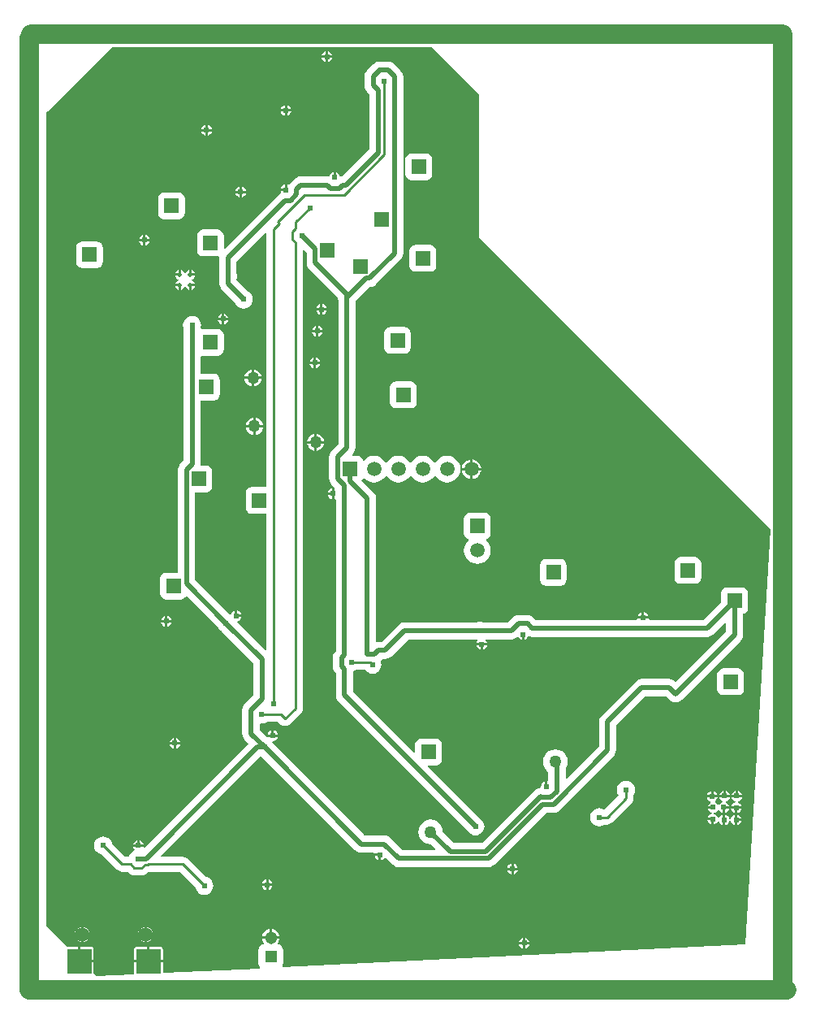
<source format=gbl>
G04 Layer_Physical_Order=2*
G04 Layer_Color=16711680*
%FSLAX25Y25*%
%MOIN*%
G70*
G01*
G75*
%ADD44C,0.06000*%
%ADD47C,0.02000*%
%ADD48C,0.01000*%
%ADD51C,0.08000*%
%ADD52R,0.05905X0.05905*%
%ADD53R,0.09843X0.09843*%
%ADD54C,0.05905*%
%ADD55R,0.05905X0.05905*%
%ADD56C,0.05150*%
%ADD57R,0.05150X0.05150*%
%ADD58C,0.01968*%
%ADD59C,0.02400*%
%ADD60C,0.05000*%
G36*
X184600Y367200D02*
Y308800D01*
X304300Y189100D01*
X293900Y18700D01*
X104158Y9288D01*
X103911Y9723D01*
X104130Y10050D01*
X104324Y11025D01*
Y16175D01*
X104130Y17150D01*
X103577Y17977D01*
X102750Y18530D01*
X102166Y18646D01*
X101959Y19197D01*
X102323Y19671D01*
X102683Y20541D01*
X102740Y20974D01*
X99200D01*
X95660D01*
X95717Y20541D01*
X96077Y19671D01*
X96441Y19197D01*
X96234Y18646D01*
X95650Y18530D01*
X94823Y17977D01*
X94270Y17150D01*
X94076Y16175D01*
Y11025D01*
X94270Y10050D01*
X94757Y9322D01*
X94603Y8814D01*
X55223Y6860D01*
X54861Y7205D01*
Y11194D01*
X48920D01*
X42979D01*
Y6773D01*
X42983Y6754D01*
X42600Y6234D01*
X27800Y5500D01*
X26515Y6785D01*
Y11194D01*
X20574D01*
Y11694D01*
X20074D01*
Y17635D01*
X15665D01*
X7000Y26300D01*
Y360002D01*
X7433Y360253D01*
X7700Y360100D01*
X34100Y386500D01*
X165300D01*
X184600Y367200D01*
D02*
G37*
%LPC*%
G36*
X286000Y81644D02*
Y80000D01*
X287644D01*
X287572Y80358D01*
X287086Y81086D01*
X286358Y81572D01*
X286000Y81644D01*
D02*
G37*
G36*
X285000D02*
X284642Y81572D01*
X283914Y81086D01*
X283428Y80358D01*
X283356Y80000D01*
X285000D01*
Y81644D01*
D02*
G37*
G36*
X280900Y81544D02*
Y79900D01*
X282544D01*
X282472Y80258D01*
X281986Y80986D01*
X281258Y81472D01*
X280900Y81544D01*
D02*
G37*
G36*
X59300Y100700D02*
X57656D01*
X57728Y100342D01*
X58214Y99614D01*
X58942Y99128D01*
X59300Y99056D01*
Y100700D01*
D02*
G37*
G36*
X61944D02*
X60300D01*
Y99056D01*
X60658Y99128D01*
X61386Y99614D01*
X61872Y100342D01*
X61944Y100700D01*
D02*
G37*
G36*
X290000Y81644D02*
X289642Y81572D01*
X288914Y81086D01*
X288428Y80358D01*
X288356Y80000D01*
X290000D01*
Y81644D01*
D02*
G37*
G36*
X291000D02*
Y80000D01*
X292644D01*
X292572Y80358D01*
X292086Y81086D01*
X291358Y81572D01*
X291000Y81644D01*
D02*
G37*
G36*
X279900Y81544D02*
X279542Y81472D01*
X278814Y80986D01*
X278328Y80258D01*
X278256Y79900D01*
X279900D01*
Y81544D01*
D02*
G37*
G36*
X292444Y74200D02*
X290800D01*
Y72556D01*
X291158Y72628D01*
X291886Y73114D01*
X292372Y73842D01*
X292444Y74200D01*
D02*
G37*
G36*
X289800D02*
X288156D01*
X288228Y73842D01*
X288714Y73114D01*
X289442Y72628D01*
X289800Y72556D01*
Y74200D01*
D02*
G37*
G36*
X290700Y71844D02*
Y70200D01*
X292344D01*
X292272Y70558D01*
X291786Y71286D01*
X291058Y71772D01*
X290700Y71844D01*
D02*
G37*
G36*
X287302Y74335D02*
X285658D01*
Y72691D01*
X286017Y72762D01*
X286744Y73248D01*
X287231Y73976D01*
X287302Y74335D01*
D02*
G37*
G36*
X287644Y79000D02*
X283356D01*
X283428Y78642D01*
X283914Y77914D01*
X284576Y77472D01*
X284586Y77205D01*
X284523Y76951D01*
X284300Y76907D01*
X283572Y76421D01*
X283294Y76005D01*
X282700Y76016D01*
X282386Y76486D01*
X281658Y76972D01*
X281634Y76977D01*
X281528Y77508D01*
X281986Y77814D01*
X282472Y78542D01*
X282544Y78900D01*
X278256D01*
X278328Y78542D01*
X278814Y77814D01*
X279542Y77328D01*
X279566Y77323D01*
X279672Y76792D01*
X279214Y76486D01*
X278728Y75758D01*
X278656Y75400D01*
X280800D01*
Y74400D01*
X278656D01*
X278728Y74042D01*
X279214Y73314D01*
X279942Y72828D01*
X280458Y72725D01*
X280459Y72725D01*
Y72215D01*
X280441Y72211D01*
X279742Y72072D01*
X279014Y71586D01*
X278528Y70858D01*
X278456Y70500D01*
X280600D01*
Y70000D01*
X281100D01*
Y67856D01*
X281458Y67928D01*
X282186Y68414D01*
X282661Y69125D01*
X282736Y69137D01*
X283175Y69106D01*
X283228Y68842D01*
X283714Y68114D01*
X284442Y67628D01*
X284800Y67556D01*
Y69700D01*
Y71844D01*
X284442Y71772D01*
X283714Y71286D01*
X283239Y70575D01*
X283164Y70563D01*
X282725Y70594D01*
X282672Y70858D01*
X282186Y71586D01*
X281458Y72072D01*
X280942Y72175D01*
X280941Y72175D01*
Y72685D01*
X280959Y72689D01*
X281658Y72828D01*
X282386Y73314D01*
X282664Y73730D01*
X283258Y73719D01*
X283572Y73248D01*
X284300Y72762D01*
X284658Y72691D01*
Y74835D01*
X285158D01*
Y75335D01*
X287302D01*
X287231Y75693D01*
X286744Y76421D01*
X286083Y76863D01*
X286072Y77129D01*
X286135Y77383D01*
X286358Y77428D01*
X287086Y77914D01*
X287572Y78642D01*
X287644Y79000D01*
D02*
G37*
G36*
X292644D02*
X288356D01*
X288428Y78642D01*
X288914Y77914D01*
X289642Y77428D01*
X289907Y77375D01*
Y76865D01*
X289442Y76772D01*
X288714Y76286D01*
X288228Y75558D01*
X288156Y75200D01*
X292444D01*
X292372Y75558D01*
X291886Y76286D01*
X291158Y76772D01*
X290893Y76825D01*
Y77335D01*
X291358Y77428D01*
X292086Y77914D01*
X292572Y78642D01*
X292644Y79000D01*
D02*
G37*
G36*
X245000Y85732D02*
X244034Y85605D01*
X243134Y85232D01*
X242361Y84639D01*
X241768Y83866D01*
X241395Y82966D01*
X241268Y82000D01*
X241395Y81034D01*
X241768Y80134D01*
X241974Y79865D01*
Y79753D01*
X236085Y73864D01*
X235866Y74032D01*
X234966Y74405D01*
X234000Y74532D01*
X233034Y74405D01*
X232134Y74032D01*
X231361Y73439D01*
X230768Y72666D01*
X230395Y71766D01*
X230268Y70800D01*
X230395Y69834D01*
X230768Y68934D01*
X231361Y68161D01*
X232134Y67568D01*
X233034Y67195D01*
X234000Y67068D01*
X234966Y67195D01*
X235866Y67568D01*
X236135Y67774D01*
X237300D01*
X238083Y67877D01*
X238813Y68180D01*
X239440Y68660D01*
X247140Y76360D01*
X247140Y76360D01*
X247621Y76987D01*
X247923Y77717D01*
X248026Y78500D01*
Y79865D01*
X248232Y80134D01*
X248605Y81034D01*
X248732Y82000D01*
X248605Y82966D01*
X248232Y83866D01*
X247639Y84639D01*
X246866Y85232D01*
X245966Y85605D01*
X245000Y85732D01*
D02*
G37*
G36*
X59300Y103344D02*
X58942Y103272D01*
X58214Y102786D01*
X57728Y102058D01*
X57656Y101700D01*
X59300D01*
Y103344D01*
D02*
G37*
G36*
X273353Y177502D02*
X267447D01*
X266472Y177308D01*
X265645Y176755D01*
X265092Y175928D01*
X264898Y174953D01*
Y169047D01*
X265092Y168072D01*
X265645Y167245D01*
X266472Y166692D01*
X267447Y166498D01*
X273353D01*
X274328Y166692D01*
X275155Y167245D01*
X275708Y168072D01*
X275902Y169047D01*
Y174953D01*
X275708Y175928D01*
X275155Y176755D01*
X274328Y177308D01*
X273353Y177502D01*
D02*
G37*
G36*
X218153Y176702D02*
X212247D01*
X211272Y176508D01*
X210445Y175955D01*
X209892Y175128D01*
X209698Y174153D01*
Y168247D01*
X209892Y167272D01*
X210445Y166445D01*
X211272Y165892D01*
X212247Y165698D01*
X218153D01*
X219128Y165892D01*
X219955Y166445D01*
X220508Y167272D01*
X220702Y168247D01*
Y174153D01*
X220508Y175128D01*
X219955Y175955D01*
X219128Y176508D01*
X218153Y176702D01*
D02*
G37*
G36*
X85500Y155544D02*
Y153900D01*
X87144D01*
X87072Y154258D01*
X86586Y154986D01*
X85858Y155472D01*
X85500Y155544D01*
D02*
G37*
G36*
X186953Y195702D02*
X181047D01*
X180072Y195508D01*
X179245Y194955D01*
X178692Y194128D01*
X178498Y193153D01*
Y187247D01*
X178692Y186272D01*
X179245Y185445D01*
X180072Y184892D01*
X180340Y184839D01*
X180454Y184352D01*
X180111Y184089D01*
X179237Y182950D01*
X178688Y181623D01*
X178500Y180200D01*
X178688Y178777D01*
X179237Y177450D01*
X180111Y176311D01*
X181250Y175437D01*
X182577Y174888D01*
X184000Y174700D01*
X185424Y174888D01*
X186750Y175437D01*
X187889Y176311D01*
X188763Y177450D01*
X189312Y178777D01*
X189500Y180200D01*
X189312Y181623D01*
X188763Y182950D01*
X187889Y184089D01*
X187546Y184352D01*
X187660Y184839D01*
X187928Y184892D01*
X188755Y185445D01*
X189308Y186272D01*
X189502Y187247D01*
Y193153D01*
X189308Y194128D01*
X188755Y194955D01*
X187928Y195508D01*
X186953Y195702D01*
D02*
G37*
G36*
X181100Y217521D02*
X180568Y217451D01*
X179607Y217053D01*
X178781Y216419D01*
X178147Y215593D01*
X177749Y214632D01*
X177679Y214100D01*
X181100D01*
Y217521D01*
D02*
G37*
G36*
X185521Y213100D02*
X182100D01*
Y209679D01*
X182632Y209749D01*
X183593Y210147D01*
X184419Y210781D01*
X185053Y211607D01*
X185451Y212568D01*
X185521Y213100D01*
D02*
G37*
G36*
X181100D02*
X177679D01*
X177749Y212568D01*
X178147Y211607D01*
X178781Y210781D01*
X179607Y210147D01*
X180568Y209749D01*
X181100Y209679D01*
Y213100D01*
D02*
G37*
G36*
X252500Y154844D02*
Y153200D01*
X254144D01*
X254072Y153558D01*
X253586Y154286D01*
X252858Y154772D01*
X252500Y154844D01*
D02*
G37*
G36*
X55800Y150700D02*
X54156D01*
X54228Y150342D01*
X54714Y149614D01*
X55442Y149128D01*
X55800Y149056D01*
Y150700D01*
D02*
G37*
G36*
X290953Y131902D02*
X285047D01*
X284072Y131708D01*
X283245Y131155D01*
X282692Y130328D01*
X282498Y129353D01*
Y123447D01*
X282692Y122472D01*
X283245Y121645D01*
X284072Y121092D01*
X285047Y120898D01*
X290953D01*
X291928Y121092D01*
X292755Y121645D01*
X293308Y122472D01*
X293502Y123447D01*
Y129353D01*
X293308Y130328D01*
X292755Y131155D01*
X291928Y131708D01*
X290953Y131902D01*
D02*
G37*
G36*
X60300Y103344D02*
Y101700D01*
X61944D01*
X61872Y102058D01*
X61386Y102786D01*
X60658Y103272D01*
X60300Y103344D01*
D02*
G37*
G36*
X58444Y150700D02*
X56800D01*
Y149056D01*
X57158Y149128D01*
X57886Y149614D01*
X58372Y150342D01*
X58444Y150700D01*
D02*
G37*
G36*
X251500Y154844D02*
X251142Y154772D01*
X250414Y154286D01*
X249928Y153558D01*
X249856Y153200D01*
X251500D01*
Y154844D01*
D02*
G37*
G36*
X56800Y153344D02*
Y151700D01*
X58444D01*
X58372Y152058D01*
X57886Y152786D01*
X57158Y153272D01*
X56800Y153344D01*
D02*
G37*
G36*
X55800D02*
X55442Y153272D01*
X54714Y152786D01*
X54228Y152058D01*
X54156Y151700D01*
X55800D01*
Y153344D01*
D02*
G37*
G36*
X203700Y21344D02*
Y19700D01*
X205344D01*
X205272Y20058D01*
X204786Y20786D01*
X204058Y21272D01*
X203700Y21344D01*
D02*
G37*
G36*
X202700D02*
X202342Y21272D01*
X201614Y20786D01*
X201128Y20058D01*
X201056Y19700D01*
X202700D01*
Y21344D01*
D02*
G37*
G36*
X24783Y22217D02*
X22255D01*
Y19689D01*
X22556Y19729D01*
X23302Y20038D01*
X23942Y20530D01*
X24434Y21170D01*
X24743Y21916D01*
X24783Y22217D01*
D02*
G37*
G36*
X98700Y25014D02*
X98267Y24957D01*
X97397Y24597D01*
X96650Y24024D01*
X96077Y23277D01*
X95717Y22407D01*
X95660Y21974D01*
X98700D01*
Y25014D01*
D02*
G37*
G36*
X47239Y25745D02*
X46938Y25705D01*
X46192Y25396D01*
X45552Y24904D01*
X45060Y24264D01*
X44751Y23518D01*
X44711Y23217D01*
X47239D01*
Y25745D01*
D02*
G37*
G36*
X21255D02*
X20954Y25705D01*
X20208Y25396D01*
X19568Y24904D01*
X19076Y24264D01*
X18767Y23518D01*
X18727Y23217D01*
X21255D01*
Y25745D01*
D02*
G37*
G36*
X99700Y25014D02*
Y21974D01*
X102740D01*
X102683Y22407D01*
X102323Y23277D01*
X101750Y24024D01*
X101003Y24597D01*
X100133Y24957D01*
X99700Y25014D01*
D02*
G37*
G36*
X50767Y22217D02*
X48239D01*
Y19689D01*
X48540Y19729D01*
X49286Y20038D01*
X49926Y20530D01*
X50418Y21170D01*
X50727Y21916D01*
X50767Y22217D01*
D02*
G37*
G36*
X53842Y17635D02*
X49420D01*
Y12194D01*
X54861D01*
Y16615D01*
X54783Y17006D01*
X54562Y17336D01*
X54232Y17558D01*
X53842Y17635D01*
D02*
G37*
G36*
X25495D02*
X21074D01*
Y12194D01*
X26515D01*
Y16615D01*
X26438Y17006D01*
X26217Y17336D01*
X25886Y17558D01*
X25495Y17635D01*
D02*
G37*
G36*
X48420D02*
X43999D01*
X43608Y17558D01*
X43277Y17336D01*
X43056Y17006D01*
X42979Y16615D01*
Y12194D01*
X48420D01*
Y17635D01*
D02*
G37*
G36*
X202700Y18700D02*
X201056D01*
X201128Y18342D01*
X201614Y17614D01*
X202342Y17128D01*
X202700Y17056D01*
Y18700D01*
D02*
G37*
G36*
X47239Y22217D02*
X44711D01*
X44751Y21916D01*
X45060Y21170D01*
X45552Y20530D01*
X46192Y20038D01*
X46938Y19729D01*
X47239Y19689D01*
Y22217D01*
D02*
G37*
G36*
X21255D02*
X18727D01*
X18767Y21916D01*
X19076Y21170D01*
X19568Y20530D01*
X20208Y20038D01*
X20954Y19729D01*
X21255Y19689D01*
Y22217D01*
D02*
G37*
G36*
X205344Y18700D02*
X203700D01*
Y17056D01*
X204058Y17128D01*
X204786Y17614D01*
X205272Y18342D01*
X205344Y18700D01*
D02*
G37*
G36*
X48239Y25745D02*
Y23217D01*
X50767D01*
X50727Y23518D01*
X50418Y24264D01*
X49926Y24904D01*
X49286Y25396D01*
X48540Y25705D01*
X48239Y25745D01*
D02*
G37*
G36*
X44300Y61344D02*
X43942Y61272D01*
X43214Y60786D01*
X42728Y60058D01*
X42656Y59700D01*
X44300D01*
Y61344D01*
D02*
G37*
G36*
X143500Y54900D02*
X141856D01*
X141928Y54542D01*
X142414Y53814D01*
X143142Y53328D01*
X143500Y53256D01*
Y54900D01*
D02*
G37*
G36*
X198900Y51744D02*
Y50100D01*
X200544D01*
X200472Y50458D01*
X199986Y51186D01*
X199258Y51672D01*
X198900Y51744D01*
D02*
G37*
G36*
X45300Y61344D02*
Y59700D01*
X46944D01*
X46872Y60058D01*
X46386Y60786D01*
X45658Y61272D01*
X45300Y61344D01*
D02*
G37*
G36*
X289700Y71844D02*
X289342Y71772D01*
X288614Y71286D01*
X288128Y70558D01*
X288008Y69957D01*
X288005Y69941D01*
X287495D01*
X287492Y69957D01*
X287372Y70558D01*
X286886Y71286D01*
X286158Y71772D01*
X285800Y71844D01*
Y69700D01*
Y67556D01*
X286158Y67628D01*
X286886Y68114D01*
X287372Y68842D01*
X287492Y69443D01*
X287495Y69459D01*
X288005D01*
X288008Y69443D01*
X288128Y68842D01*
X288614Y68114D01*
X289342Y67628D01*
X289700Y67556D01*
Y69700D01*
Y71844D01*
D02*
G37*
G36*
X280100Y69500D02*
X278456D01*
X278528Y69142D01*
X279014Y68414D01*
X279742Y67928D01*
X280100Y67856D01*
Y69500D01*
D02*
G37*
G36*
X292344Y69200D02*
X290700D01*
Y67556D01*
X291058Y67628D01*
X291786Y68114D01*
X292272Y68842D01*
X292344Y69200D01*
D02*
G37*
G36*
X197900Y51744D02*
X197542Y51672D01*
X196814Y51186D01*
X196328Y50458D01*
X196256Y50100D01*
X197900D01*
Y51744D01*
D02*
G37*
G36*
X99844Y42600D02*
X98200D01*
Y40956D01*
X98558Y41028D01*
X99286Y41514D01*
X99772Y42242D01*
X99844Y42600D01*
D02*
G37*
G36*
X97200D02*
X95556D01*
X95628Y42242D01*
X96114Y41514D01*
X96842Y41028D01*
X97200Y40956D01*
Y42600D01*
D02*
G37*
G36*
X22255Y25745D02*
Y23217D01*
X24783D01*
X24743Y23518D01*
X24434Y24264D01*
X23942Y24904D01*
X23302Y25396D01*
X22556Y25705D01*
X22255Y25745D01*
D02*
G37*
G36*
X97200Y45244D02*
X96842Y45172D01*
X96114Y44686D01*
X95628Y43958D01*
X95556Y43600D01*
X97200D01*
Y45244D01*
D02*
G37*
G36*
X200544Y49100D02*
X198900D01*
Y47456D01*
X199258Y47528D01*
X199986Y48014D01*
X200472Y48742D01*
X200544Y49100D01*
D02*
G37*
G36*
X197900D02*
X196256D01*
X196328Y48742D01*
X196814Y48014D01*
X197542Y47528D01*
X197900Y47456D01*
Y49100D01*
D02*
G37*
G36*
X98200Y45244D02*
Y43600D01*
X99844D01*
X99772Y43958D01*
X99286Y44686D01*
X98558Y45172D01*
X98200Y45244D01*
D02*
G37*
G36*
X81744Y274700D02*
X80100D01*
Y273056D01*
X80458Y273128D01*
X81186Y273614D01*
X81672Y274342D01*
X81744Y274700D01*
D02*
G37*
G36*
X79100D02*
X77456D01*
X77528Y274342D01*
X78014Y273614D01*
X78742Y273128D01*
X79100Y273056D01*
Y274700D01*
D02*
G37*
G36*
Y277344D02*
X78742Y277272D01*
X78014Y276786D01*
X77528Y276058D01*
X77456Y275700D01*
X79100D01*
Y277344D01*
D02*
G37*
G36*
X86300Y326800D02*
X84656D01*
X84728Y326442D01*
X85214Y325714D01*
X85942Y325228D01*
X86300Y325156D01*
Y326800D01*
D02*
G37*
G36*
X80100Y277344D02*
Y275700D01*
X81744D01*
X81672Y276058D01*
X81186Y276786D01*
X80458Y277272D01*
X80100Y277344D01*
D02*
G37*
G36*
X88944Y326800D02*
X87300D01*
Y325156D01*
X87658Y325228D01*
X88386Y325714D01*
X88872Y326442D01*
X88944Y326800D01*
D02*
G37*
G36*
X154153Y271902D02*
X148247D01*
X147272Y271708D01*
X146445Y271155D01*
X145892Y270328D01*
X145698Y269353D01*
Y263447D01*
X145892Y262472D01*
X146445Y261645D01*
X147272Y261092D01*
X148247Y260898D01*
X154153D01*
X155128Y261092D01*
X155955Y261645D01*
X156508Y262472D01*
X156702Y263447D01*
Y269353D01*
X156508Y270328D01*
X155955Y271155D01*
X155128Y271708D01*
X154153Y271902D01*
D02*
G37*
G36*
X162953Y343102D02*
X157047D01*
X156072Y342908D01*
X155245Y342355D01*
X154692Y341528D01*
X154498Y340553D01*
Y334647D01*
X154692Y333672D01*
X155245Y332845D01*
X156072Y332292D01*
X157047Y332098D01*
X162953D01*
X163928Y332292D01*
X164755Y332845D01*
X165308Y333672D01*
X165502Y334647D01*
Y340553D01*
X165308Y341528D01*
X164755Y342355D01*
X163928Y342908D01*
X162953Y343102D01*
D02*
G37*
G36*
X104900Y330244D02*
X104542Y330172D01*
X103814Y329686D01*
X103328Y328958D01*
X103256Y328600D01*
X104900D01*
Y330244D01*
D02*
G37*
G36*
X86300Y329444D02*
X85942Y329372D01*
X85214Y328886D01*
X84728Y328158D01*
X84656Y327800D01*
X86300D01*
Y329444D01*
D02*
G37*
G36*
X87300D02*
Y327800D01*
X88944D01*
X88872Y328158D01*
X88386Y328886D01*
X87658Y329372D01*
X87300Y329444D01*
D02*
G37*
G36*
X61353Y327102D02*
X55447D01*
X54472Y326908D01*
X53645Y326355D01*
X53092Y325528D01*
X52898Y324553D01*
Y318647D01*
X53092Y317672D01*
X53645Y316845D01*
X54472Y316292D01*
X55447Y316098D01*
X61353D01*
X62328Y316292D01*
X63155Y316845D01*
X63708Y317672D01*
X63902Y318647D01*
Y324553D01*
X63708Y325528D01*
X63155Y326355D01*
X62328Y326908D01*
X61353Y327102D01*
D02*
G37*
G36*
X164553Y305502D02*
X158647D01*
X157672Y305308D01*
X156845Y304755D01*
X156292Y303928D01*
X156098Y302953D01*
Y297047D01*
X156292Y296072D01*
X156845Y295245D01*
X157672Y294692D01*
X158647Y294498D01*
X164553D01*
X165528Y294692D01*
X166355Y295245D01*
X166908Y296072D01*
X167102Y297047D01*
Y302953D01*
X166908Y303928D01*
X166355Y304755D01*
X165528Y305308D01*
X164553Y305502D01*
D02*
G37*
G36*
X65665Y295289D02*
X65391Y295234D01*
X64735Y294796D01*
X64296Y294140D01*
X64255Y293932D01*
X63745D01*
X63704Y294140D01*
X63265Y294796D01*
X62609Y295234D01*
X62335Y295289D01*
Y293365D01*
X61835D01*
Y292865D01*
X59911D01*
X59965Y292591D01*
X60404Y291935D01*
X61060Y291496D01*
X61268Y291455D01*
Y290945D01*
X61060Y290904D01*
X60404Y290465D01*
X59965Y289809D01*
X59911Y289535D01*
X61835D01*
Y289035D01*
X62335D01*
Y287111D01*
X62609Y287165D01*
X63265Y287604D01*
X63704Y288260D01*
X63745Y288468D01*
X64255D01*
X64296Y288260D01*
X64735Y287604D01*
X65391Y287165D01*
X65665Y287111D01*
Y289035D01*
X66165D01*
Y289535D01*
X68089D01*
X68034Y289809D01*
X67596Y290465D01*
X66940Y290904D01*
X66732Y290945D01*
Y291455D01*
X66940Y291496D01*
X67596Y291935D01*
X68034Y292591D01*
X68089Y292865D01*
X66165D01*
Y293365D01*
X65665D01*
Y295289D01*
D02*
G37*
G36*
X27753Y307002D02*
X21847D01*
X20872Y306808D01*
X20045Y306255D01*
X19492Y305428D01*
X19298Y304453D01*
Y298547D01*
X19492Y297572D01*
X20045Y296745D01*
X20872Y296192D01*
X21847Y295998D01*
X27753D01*
X28728Y296192D01*
X29555Y296745D01*
X30108Y297572D01*
X30302Y298547D01*
Y304453D01*
X30108Y305428D01*
X29555Y306255D01*
X28728Y306808D01*
X27753Y307002D01*
D02*
G37*
G36*
X49444Y307000D02*
X47800D01*
Y305356D01*
X48158Y305428D01*
X48886Y305914D01*
X49372Y306642D01*
X49444Y307000D01*
D02*
G37*
G36*
X46800D02*
X45156D01*
X45228Y306642D01*
X45714Y305914D01*
X46442Y305428D01*
X46800Y305356D01*
Y307000D01*
D02*
G37*
G36*
X66665Y295289D02*
Y293865D01*
X68089D01*
X68034Y294140D01*
X67596Y294796D01*
X66940Y295234D01*
X66665Y295289D01*
D02*
G37*
G36*
X46800Y309644D02*
X46442Y309572D01*
X45714Y309086D01*
X45228Y308358D01*
X45156Y308000D01*
X46800D01*
Y309644D01*
D02*
G37*
G36*
X47800D02*
Y308000D01*
X49444D01*
X49372Y308358D01*
X48886Y309086D01*
X48158Y309572D01*
X47800Y309644D01*
D02*
G37*
G36*
X61335Y288535D02*
X59911D01*
X59965Y288260D01*
X60404Y287604D01*
X61060Y287165D01*
X61335Y287111D01*
Y288535D01*
D02*
G37*
G36*
Y295289D02*
X61060Y295234D01*
X60404Y294796D01*
X59965Y294140D01*
X59911Y293865D01*
X61335D01*
Y295289D01*
D02*
G37*
G36*
X68089Y288535D02*
X66665D01*
Y287111D01*
X66940Y287165D01*
X67596Y287604D01*
X68034Y288260D01*
X68089Y288535D01*
D02*
G37*
G36*
X147423Y380730D02*
X143732D01*
X142818Y380610D01*
X141967Y380257D01*
X141236Y379696D01*
X141085Y379500D01*
X138704Y377119D01*
X138143Y376388D01*
X137790Y375536D01*
X137670Y374623D01*
Y370977D01*
X137790Y370064D01*
X138143Y369212D01*
X138704Y368481D01*
X139770Y367415D01*
Y344915D01*
X128479Y333625D01*
X127609Y333510D01*
X127578Y333526D01*
X127472Y334058D01*
X126986Y334786D01*
X126258Y335272D01*
X125900Y335344D01*
Y333200D01*
X124900D01*
Y335344D01*
X124542Y335272D01*
X123814Y334786D01*
X123328Y334058D01*
X123222Y333526D01*
X123191Y333510D01*
X122277Y333630D01*
X111500D01*
X110586Y333510D01*
X109735Y333157D01*
X109004Y332596D01*
X107304Y330896D01*
X106743Y330165D01*
X106417Y330066D01*
X106258Y330172D01*
X105900Y330244D01*
Y328100D01*
X105400D01*
Y327600D01*
X103256D01*
X103328Y327242D01*
X103434Y327083D01*
X103335Y326757D01*
X102604Y326196D01*
X80364Y303956D01*
X79902Y304148D01*
Y309353D01*
X79708Y310328D01*
X79155Y311155D01*
X78328Y311708D01*
X77353Y311902D01*
X71447D01*
X70472Y311708D01*
X69645Y311155D01*
X69092Y310328D01*
X68898Y309353D01*
Y303447D01*
X69092Y302472D01*
X69645Y301645D01*
X70472Y301092D01*
X71447Y300898D01*
X77353D01*
X77763Y300980D01*
X78127Y300638D01*
X78070Y300200D01*
Y293946D01*
X77995Y293766D01*
X77868Y292800D01*
X77995Y291834D01*
X78070Y291654D01*
Y289600D01*
X78190Y288686D01*
X78543Y287835D01*
X79104Y287104D01*
X84693Y281514D01*
X84768Y281334D01*
X85361Y280561D01*
X86134Y279968D01*
X87034Y279595D01*
X88000Y279468D01*
X88966Y279595D01*
X89866Y279968D01*
X90639Y280561D01*
X91232Y281334D01*
X91605Y282234D01*
X91732Y283200D01*
X91605Y284166D01*
X91232Y285066D01*
X90639Y285839D01*
X89866Y286432D01*
X89686Y286507D01*
X85130Y291062D01*
Y291654D01*
X85205Y291834D01*
X85332Y292800D01*
X85205Y293766D01*
X85130Y293946D01*
Y298738D01*
X97012Y310620D01*
X97474Y310428D01*
Y206401D01*
X97353Y206302D01*
X91447D01*
X90472Y206108D01*
X89645Y205555D01*
X89092Y204728D01*
X88898Y203753D01*
Y197847D01*
X89092Y196872D01*
X89645Y196045D01*
X90472Y195492D01*
X91447Y195298D01*
X97353D01*
X97474Y195199D01*
Y139372D01*
X97012Y139180D01*
X85405Y150788D01*
X85550Y151266D01*
X85858Y151328D01*
X86586Y151814D01*
X87072Y152542D01*
X87144Y152900D01*
X85000D01*
Y153400D01*
X84500D01*
Y155544D01*
X84142Y155472D01*
X83414Y154986D01*
X82928Y154258D01*
X82889Y154062D01*
X82768Y153956D01*
X82338Y153855D01*
X68177Y168015D01*
Y204098D01*
X72553D01*
X73528Y204292D01*
X74355Y204845D01*
X74908Y205672D01*
X75102Y206647D01*
Y212553D01*
X74908Y213528D01*
X74355Y214355D01*
X73528Y214908D01*
X72553Y215102D01*
X70739D01*
X70410Y215478D01*
X70430Y215634D01*
Y241698D01*
X75753D01*
X76728Y241892D01*
X77555Y242445D01*
X78108Y243272D01*
X78302Y244247D01*
Y250153D01*
X78108Y251128D01*
X77555Y251955D01*
X76728Y252508D01*
X75753Y252702D01*
X70430D01*
Y259791D01*
X70930Y260201D01*
X71447Y260098D01*
X77353D01*
X78328Y260292D01*
X79155Y260845D01*
X79708Y261672D01*
X79902Y262647D01*
Y268553D01*
X79708Y269528D01*
X79155Y270355D01*
X78328Y270908D01*
X77353Y271102D01*
X71447D01*
X70930Y270999D01*
X70430Y271409D01*
Y271454D01*
X70505Y271634D01*
X70632Y272600D01*
X70505Y273566D01*
X70132Y274466D01*
X69539Y275239D01*
X68766Y275832D01*
X67866Y276205D01*
X66900Y276332D01*
X65934Y276205D01*
X65034Y275832D01*
X64261Y275239D01*
X63668Y274466D01*
X63295Y273566D01*
X63168Y272600D01*
X63295Y271634D01*
X63370Y271454D01*
Y217096D01*
X62151Y215877D01*
X61590Y215146D01*
X61237Y214295D01*
X61117Y213381D01*
Y171102D01*
X56247D01*
X55272Y170908D01*
X54445Y170355D01*
X53892Y169528D01*
X53698Y168553D01*
Y162647D01*
X53892Y161672D01*
X54445Y160845D01*
X55272Y160292D01*
X56247Y160098D01*
X62153D01*
X63128Y160292D01*
X63955Y160845D01*
X64236Y161265D01*
X64879Y161328D01*
X77494Y148714D01*
X77568Y148534D01*
X78161Y147761D01*
X78934Y147168D01*
X79114Y147093D01*
X92070Y134138D01*
Y120885D01*
X88504Y117319D01*
X87943Y116588D01*
X87590Y115736D01*
X87470Y114822D01*
Y105100D01*
X87590Y104186D01*
X87943Y103335D01*
X88504Y102604D01*
X90158Y100950D01*
X47428Y58221D01*
X46902Y58350D01*
X46880Y58379D01*
X46944Y58700D01*
X42656D01*
X42728Y58342D01*
X43183Y57659D01*
X43202Y57554D01*
X43105Y57086D01*
X42734Y56932D01*
X41961Y56339D01*
X41368Y55566D01*
X40995Y54666D01*
X40977Y54526D01*
X39353D01*
X34049Y59830D01*
X34005Y60166D01*
X33632Y61066D01*
X33039Y61839D01*
X32266Y62432D01*
X31366Y62805D01*
X30400Y62932D01*
X29434Y62805D01*
X28534Y62432D01*
X27761Y61839D01*
X27168Y61066D01*
X26795Y60166D01*
X26668Y59200D01*
X26795Y58234D01*
X27168Y57334D01*
X27761Y56561D01*
X28534Y55968D01*
X29434Y55595D01*
X29770Y55551D01*
X35960Y49360D01*
X35960Y49360D01*
X36587Y48880D01*
X37317Y48577D01*
X38100Y48474D01*
X40314D01*
X40928Y47860D01*
X41554Y47379D01*
X42284Y47077D01*
X43067Y46974D01*
X46133D01*
X46916Y47077D01*
X47646Y47379D01*
X48272Y47860D01*
X48786Y48374D01*
X48853D01*
X49612Y48474D01*
X61847D01*
X68251Y42070D01*
X68295Y41734D01*
X68668Y40834D01*
X69261Y40061D01*
X70034Y39468D01*
X70934Y39095D01*
X71900Y38968D01*
X72866Y39095D01*
X73766Y39468D01*
X74539Y40061D01*
X75132Y40834D01*
X75505Y41734D01*
X75632Y42700D01*
X75505Y43666D01*
X75132Y44566D01*
X74539Y45339D01*
X73766Y45932D01*
X72866Y46305D01*
X72530Y46349D01*
X65240Y53640D01*
X64613Y54120D01*
X63883Y54423D01*
X63100Y54526D01*
X54372D01*
X54180Y54988D01*
X95150Y95957D01*
X133804Y57304D01*
X134535Y56743D01*
X135386Y56390D01*
X136300Y56270D01*
X141420D01*
X141724Y55900D01*
X144000D01*
Y55400D01*
X144500D01*
Y53256D01*
X144858Y53328D01*
X145586Y53814D01*
X145796Y54127D01*
X146439Y54191D01*
X149226Y51404D01*
X149957Y50843D01*
X150809Y50490D01*
X151723Y50370D01*
X188560D01*
X189473Y50490D01*
X190325Y50843D01*
X191056Y51404D01*
X212222Y72570D01*
X215282D01*
X216196Y72690D01*
X217047Y73043D01*
X217778Y73604D01*
X239896Y95722D01*
X240457Y96453D01*
X240810Y97304D01*
X240930Y98218D01*
Y108538D01*
X252862Y120470D01*
X258154D01*
X258334Y120395D01*
X259300Y120268D01*
X260266Y120395D01*
X260446Y120470D01*
X261338D01*
X262904Y118904D01*
X263635Y118343D01*
X264486Y117990D01*
X265400Y117870D01*
X266314Y117990D01*
X267165Y118343D01*
X267896Y118904D01*
X292096Y143104D01*
X292657Y143835D01*
X293010Y144686D01*
X293130Y145600D01*
Y154213D01*
X293528Y154292D01*
X294355Y154845D01*
X294908Y155672D01*
X295102Y156647D01*
Y162553D01*
X294908Y163528D01*
X294355Y164355D01*
X293528Y164908D01*
X292553Y165102D01*
X286647D01*
X285672Y164908D01*
X284845Y164355D01*
X284292Y163528D01*
X284098Y162553D01*
Y159091D01*
X276838Y151830D01*
X254580D01*
X254276Y152200D01*
X249724D01*
X249420Y151830D01*
X207926D01*
X207060Y152696D01*
X206329Y153257D01*
X205477Y153610D01*
X204563Y153730D01*
X200919D01*
X200005Y153610D01*
X199153Y153257D01*
X198422Y152696D01*
X196556Y150830D01*
X186046D01*
X185866Y150905D01*
X184900Y151032D01*
X183934Y150905D01*
X183754Y150830D01*
X154100D01*
X153186Y150710D01*
X152335Y150357D01*
X151604Y149796D01*
X144638Y142830D01*
X143500D01*
X142830Y142742D01*
X142330Y143096D01*
Y201626D01*
X142210Y202539D01*
X141857Y203391D01*
X141296Y204122D01*
X136443Y208976D01*
X136908Y209672D01*
X136961Y209940D01*
X137448Y210054D01*
X137711Y209711D01*
X138850Y208837D01*
X140176Y208288D01*
X141600Y208100D01*
X143024Y208288D01*
X144350Y208837D01*
X145489Y209711D01*
X146319Y210793D01*
X146600Y210824D01*
X146881Y210793D01*
X147711Y209711D01*
X148850Y208837D01*
X150177Y208288D01*
X151600Y208100D01*
X153024Y208288D01*
X154350Y208837D01*
X155489Y209711D01*
X156319Y210793D01*
X156600Y210824D01*
X156881Y210793D01*
X157711Y209711D01*
X158850Y208837D01*
X160177Y208288D01*
X161600Y208100D01*
X163023Y208288D01*
X164350Y208837D01*
X165489Y209711D01*
X166319Y210793D01*
X166600Y210824D01*
X166881Y210793D01*
X167711Y209711D01*
X168850Y208837D01*
X170176Y208288D01*
X171600Y208100D01*
X173023Y208288D01*
X174350Y208837D01*
X175489Y209711D01*
X176363Y210850D01*
X176912Y212176D01*
X177100Y213600D01*
X176912Y215023D01*
X176363Y216350D01*
X175489Y217489D01*
X174350Y218363D01*
X173023Y218912D01*
X171600Y219100D01*
X170176Y218912D01*
X168850Y218363D01*
X167711Y217489D01*
X166881Y216407D01*
X166600Y216376D01*
X166319Y216407D01*
X165489Y217489D01*
X164350Y218363D01*
X163023Y218912D01*
X161600Y219100D01*
X160177Y218912D01*
X158850Y218363D01*
X157711Y217489D01*
X156881Y216407D01*
X156600Y216376D01*
X156319Y216407D01*
X155489Y217489D01*
X154350Y218363D01*
X153024Y218912D01*
X151600Y219100D01*
X150177Y218912D01*
X148850Y218363D01*
X147711Y217489D01*
X146881Y216407D01*
X146600Y216376D01*
X146319Y216407D01*
X145489Y217489D01*
X144350Y218363D01*
X143024Y218912D01*
X141600Y219100D01*
X140176Y218912D01*
X138850Y218363D01*
X137711Y217489D01*
X137448Y217146D01*
X136961Y217260D01*
X136908Y217528D01*
X136355Y218355D01*
X135528Y218908D01*
X134553Y219102D01*
X132842D01*
X132651Y219564D01*
X132896Y219809D01*
X133457Y220540D01*
X133810Y221392D01*
X133930Y222305D01*
Y282538D01*
X139709Y288317D01*
X139781D01*
X140695Y288437D01*
X141546Y288790D01*
X142277Y289351D01*
X152496Y299570D01*
X153057Y300301D01*
X153410Y301152D01*
X153530Y302066D01*
Y374623D01*
X153410Y375536D01*
X153057Y376388D01*
X152496Y377119D01*
X149919Y379696D01*
X149188Y380257D01*
X148336Y380610D01*
X147423Y380730D01*
D02*
G37*
G36*
X92000Y230700D02*
X89036D01*
X89090Y230286D01*
X89443Y229435D01*
X90004Y228704D01*
X90735Y228143D01*
X91586Y227790D01*
X92000Y227736D01*
Y230700D01*
D02*
G37*
G36*
X104900Y362844D02*
X104542Y362772D01*
X103814Y362286D01*
X103328Y361558D01*
X103256Y361200D01*
X104900D01*
Y362844D01*
D02*
G37*
G36*
X95964Y230700D02*
X93000D01*
Y227736D01*
X93414Y227790D01*
X94265Y228143D01*
X94996Y228704D01*
X95557Y229435D01*
X95910Y230286D01*
X95964Y230700D01*
D02*
G37*
G36*
X93000Y234664D02*
Y231700D01*
X95964D01*
X95910Y232114D01*
X95557Y232965D01*
X94996Y233696D01*
X94265Y234257D01*
X93414Y234610D01*
X93000Y234664D01*
D02*
G37*
G36*
X92000D02*
X91586Y234610D01*
X90735Y234257D01*
X90004Y233696D01*
X89443Y232965D01*
X89090Y232114D01*
X89036Y231700D01*
X92000D01*
Y234664D01*
D02*
G37*
G36*
X105900Y362844D02*
Y361200D01*
X107544D01*
X107472Y361558D01*
X106986Y362286D01*
X106258Y362772D01*
X105900Y362844D01*
D02*
G37*
G36*
X122700Y384944D02*
Y383300D01*
X124344D01*
X124272Y383658D01*
X123786Y384386D01*
X123058Y384872D01*
X122700Y384944D01*
D02*
G37*
G36*
X182100Y217521D02*
Y214100D01*
X185521D01*
X185451Y214632D01*
X185053Y215593D01*
X184419Y216419D01*
X183593Y217053D01*
X182632Y217451D01*
X182100Y217521D01*
D02*
G37*
G36*
X121700Y384944D02*
X121342Y384872D01*
X120614Y384386D01*
X120128Y383658D01*
X120056Y383300D01*
X121700D01*
Y384944D01*
D02*
G37*
G36*
Y382300D02*
X120056D01*
X120128Y381942D01*
X120614Y381214D01*
X121342Y380728D01*
X121700Y380656D01*
Y382300D01*
D02*
G37*
G36*
X124344D02*
X122700D01*
Y380656D01*
X123058Y380728D01*
X123786Y381214D01*
X124272Y381942D01*
X124344Y382300D01*
D02*
G37*
G36*
X156553Y249502D02*
X150647D01*
X149672Y249308D01*
X148845Y248755D01*
X148292Y247928D01*
X148098Y246953D01*
Y241047D01*
X148292Y240072D01*
X148845Y239245D01*
X149672Y238692D01*
X150647Y238498D01*
X156553D01*
X157528Y238692D01*
X158355Y239245D01*
X158908Y240072D01*
X159102Y241047D01*
Y246953D01*
X158908Y247928D01*
X158355Y248755D01*
X157528Y249308D01*
X156553Y249502D01*
D02*
G37*
G36*
X92400Y254464D02*
Y251500D01*
X95364D01*
X95310Y251914D01*
X94957Y252765D01*
X94396Y253496D01*
X93665Y254057D01*
X92814Y254410D01*
X92400Y254464D01*
D02*
G37*
G36*
X72300Y352100D02*
X70656D01*
X70728Y351742D01*
X71214Y351014D01*
X71942Y350528D01*
X72300Y350456D01*
Y352100D01*
D02*
G37*
G36*
X73300Y354744D02*
Y353100D01*
X74944D01*
X74872Y353458D01*
X74386Y354186D01*
X73658Y354672D01*
X73300Y354744D01*
D02*
G37*
G36*
X74944Y352100D02*
X73300D01*
Y350456D01*
X73658Y350528D01*
X74386Y351014D01*
X74872Y351742D01*
X74944Y352100D01*
D02*
G37*
G36*
X72300Y354744D02*
X71942Y354672D01*
X71214Y354186D01*
X70728Y353458D01*
X70656Y353100D01*
X72300D01*
Y354744D01*
D02*
G37*
G36*
X95364Y250500D02*
X92400D01*
Y247536D01*
X92814Y247590D01*
X93665Y247943D01*
X94396Y248504D01*
X94957Y249235D01*
X95310Y250086D01*
X95364Y250500D01*
D02*
G37*
G36*
X91400D02*
X88436D01*
X88490Y250086D01*
X88843Y249235D01*
X89404Y248504D01*
X90135Y247943D01*
X90986Y247590D01*
X91400Y247536D01*
Y250500D01*
D02*
G37*
G36*
Y254464D02*
X90986Y254410D01*
X90135Y254057D01*
X89404Y253496D01*
X88843Y252765D01*
X88490Y251914D01*
X88436Y251500D01*
X91400D01*
Y254464D01*
D02*
G37*
G36*
X104900Y360200D02*
X103256D01*
X103328Y359842D01*
X103814Y359114D01*
X104542Y358628D01*
X104900Y358556D01*
Y360200D01*
D02*
G37*
G36*
X107544D02*
X105900D01*
Y358556D01*
X106258Y358628D01*
X106986Y359114D01*
X107472Y359842D01*
X107544Y360200D01*
D02*
G37*
%LPD*%
G36*
X113917Y302490D02*
Y298247D01*
X114037Y297334D01*
X114390Y296482D01*
X114951Y295751D01*
X126672Y284030D01*
X126668Y284000D01*
X126795Y283034D01*
X126870Y282854D01*
Y223768D01*
X124151Y221049D01*
X123590Y220318D01*
X123237Y219466D01*
X123117Y218553D01*
Y209819D01*
X123237Y208905D01*
X123590Y208054D01*
X124151Y207323D01*
X125350Y206124D01*
X125200Y205843D01*
Y203500D01*
Y201356D01*
X125370Y201390D01*
X125870Y201080D01*
Y138874D01*
X125715Y138719D01*
X125154Y137988D01*
X124801Y137137D01*
X124681Y136223D01*
Y132744D01*
X124801Y131830D01*
X125154Y130979D01*
X125715Y130248D01*
X125870Y130093D01*
Y120900D01*
X125990Y119986D01*
X126343Y119135D01*
X126904Y118404D01*
X179894Y65414D01*
X179968Y65234D01*
X180561Y64461D01*
X181334Y63868D01*
X182234Y63495D01*
X183200Y63368D01*
X184166Y63495D01*
X185066Y63868D01*
X185839Y64461D01*
X186432Y65234D01*
X186805Y66134D01*
X186932Y67100D01*
X186805Y68066D01*
X186432Y68966D01*
X185839Y69739D01*
X185066Y70332D01*
X184886Y70407D01*
X163656Y91636D01*
X163847Y92098D01*
X166953D01*
X167928Y92292D01*
X168755Y92845D01*
X169308Y93672D01*
X169502Y94647D01*
Y100553D01*
X169308Y101528D01*
X168755Y102355D01*
X167928Y102908D01*
X166953Y103102D01*
X161047D01*
X160072Y102908D01*
X159245Y102355D01*
X158692Y101528D01*
X158498Y100553D01*
Y97448D01*
X158036Y97256D01*
X132930Y122362D01*
Y130820D01*
X133377Y130879D01*
X134277Y131252D01*
X134306Y131274D01*
X137867D01*
X138261Y130761D01*
X139034Y130168D01*
X139934Y129795D01*
X140900Y129668D01*
X141866Y129795D01*
X142766Y130168D01*
X143539Y130761D01*
X144132Y131534D01*
X144505Y132434D01*
X144632Y133400D01*
X144505Y134366D01*
X144223Y135047D01*
X144296Y135104D01*
X144962Y135770D01*
X146100D01*
X147014Y135890D01*
X147865Y136243D01*
X148596Y136804D01*
X155562Y143770D01*
X183754D01*
X183934Y143695D01*
X183985Y143689D01*
X184133Y143165D01*
X183728Y142558D01*
X183656Y142200D01*
X187944D01*
X187872Y142558D01*
X187397Y143270D01*
X187441Y143499D01*
X187523Y143770D01*
X198019D01*
X198932Y143890D01*
X199784Y144243D01*
X200280Y144623D01*
X200869Y144577D01*
X200945Y144527D01*
X201155Y144214D01*
X201883Y143728D01*
X202241Y143656D01*
Y145800D01*
X203241D01*
Y143656D01*
X203599Y143728D01*
X204327Y144214D01*
X204813Y144942D01*
X205081Y145084D01*
X205550Y144890D01*
X206464Y144770D01*
X206464Y144770D01*
X278300D01*
X279214Y144890D01*
X280065Y145243D01*
X280796Y145804D01*
X285608Y150615D01*
X286070Y150424D01*
Y147062D01*
X265400Y126392D01*
X265296Y126496D01*
X264565Y127057D01*
X263714Y127410D01*
X262800Y127530D01*
X260446D01*
X260266Y127605D01*
X259300Y127732D01*
X258334Y127605D01*
X258154Y127530D01*
X251400D01*
X250486Y127410D01*
X249635Y127057D01*
X248904Y126496D01*
X234904Y112496D01*
X234343Y111765D01*
X233990Y110914D01*
X233870Y110000D01*
Y99680D01*
X220692Y86502D01*
X220230Y86694D01*
Y90899D01*
X220368Y91078D01*
X220871Y92295D01*
X221043Y93600D01*
X220871Y94905D01*
X220368Y96122D01*
X219566Y97166D01*
X218522Y97967D01*
X217305Y98471D01*
X216000Y98643D01*
X214695Y98471D01*
X213478Y97967D01*
X212434Y97166D01*
X211632Y96122D01*
X211129Y94905D01*
X210957Y93600D01*
X211129Y92295D01*
X211632Y91078D01*
X212434Y90034D01*
X213170Y89469D01*
Y85880D01*
X212800Y85576D01*
Y83300D01*
X211800D01*
Y85444D01*
X211442Y85372D01*
X210714Y84886D01*
X210228Y84158D01*
X210057Y83300D01*
X209643Y82817D01*
X209125Y82749D01*
X208274Y82396D01*
X207542Y81835D01*
X185938Y60230D01*
X174362D01*
X169837Y64755D01*
X169843Y64800D01*
X169671Y66105D01*
X169167Y67322D01*
X168366Y68366D01*
X167322Y69168D01*
X166105Y69671D01*
X164800Y69843D01*
X163495Y69671D01*
X162278Y69168D01*
X161234Y68366D01*
X160433Y67322D01*
X159929Y66105D01*
X159757Y64800D01*
X159929Y63495D01*
X160433Y62278D01*
X161234Y61234D01*
X162278Y60432D01*
X163495Y59929D01*
X164800Y59757D01*
X164845Y59763D01*
X166715Y57892D01*
X166524Y57430D01*
X153185D01*
X148319Y62296D01*
X147588Y62857D01*
X146736Y63210D01*
X145823Y63330D01*
X137762D01*
X99906Y101186D01*
X99832Y101366D01*
X99638Y101619D01*
X99920Y102073D01*
X100000Y102057D01*
X100858Y102228D01*
X101586Y102714D01*
X102072Y103442D01*
X102144Y103800D01*
X97486D01*
X97360Y103733D01*
X94530Y106562D01*
Y109003D01*
X94906Y109333D01*
X95400Y109268D01*
X96366Y109395D01*
X97266Y109768D01*
X97535Y109974D01*
X101962D01*
X102876Y109060D01*
X102876Y109060D01*
X103503Y108580D01*
X104232Y108277D01*
X105015Y108174D01*
X105799Y108277D01*
X106528Y108580D01*
X107155Y109060D01*
X111440Y113345D01*
X111920Y113972D01*
X112223Y114701D01*
X112326Y115485D01*
X112326Y115485D01*
Y303428D01*
X112788Y303620D01*
X113917Y302490D01*
D02*
G37*
%LPC*%
G36*
X185300Y141200D02*
X183656D01*
X183728Y140842D01*
X184214Y140114D01*
X184942Y139628D01*
X185300Y139556D01*
Y141200D01*
D02*
G37*
G36*
X187944D02*
X186300D01*
Y139556D01*
X186658Y139628D01*
X187386Y140114D01*
X187872Y140842D01*
X187944Y141200D01*
D02*
G37*
G36*
X100500Y106444D02*
Y104800D01*
X102144D01*
X102072Y105158D01*
X101586Y105886D01*
X100858Y106372D01*
X100500Y106444D01*
D02*
G37*
G36*
X116800Y256700D02*
X115156D01*
X115228Y256342D01*
X115714Y255614D01*
X116442Y255128D01*
X116800Y255056D01*
Y256700D01*
D02*
G37*
G36*
X99500Y106444D02*
X99142Y106372D01*
X98414Y105886D01*
X97928Y105158D01*
X97856Y104800D01*
X99500D01*
Y106444D01*
D02*
G37*
G36*
X118100Y228064D02*
Y225100D01*
X121064D01*
X121010Y225514D01*
X120657Y226365D01*
X120096Y227096D01*
X119365Y227657D01*
X118514Y228010D01*
X118100Y228064D01*
D02*
G37*
G36*
X121064Y224100D02*
X118100D01*
Y221136D01*
X118514Y221190D01*
X119365Y221543D01*
X120096Y222104D01*
X120657Y222835D01*
X121010Y223686D01*
X121064Y224100D01*
D02*
G37*
G36*
X117100D02*
X114136D01*
X114190Y223686D01*
X114543Y222835D01*
X115104Y222104D01*
X115835Y221543D01*
X116686Y221190D01*
X117100Y221136D01*
Y224100D01*
D02*
G37*
G36*
X124200Y205644D02*
X123842Y205572D01*
X123114Y205086D01*
X122628Y204358D01*
X122556Y204000D01*
X124200D01*
Y205644D01*
D02*
G37*
G36*
X117100Y228064D02*
X116686Y228010D01*
X115835Y227657D01*
X115104Y227096D01*
X114543Y226365D01*
X114190Y225514D01*
X114136Y225100D01*
X117100D01*
Y228064D01*
D02*
G37*
G36*
X124200Y203000D02*
X122556D01*
X122628Y202642D01*
X123114Y201914D01*
X123842Y201428D01*
X124200Y201356D01*
Y203000D01*
D02*
G37*
G36*
X119500Y278600D02*
X117856D01*
X117928Y278242D01*
X118414Y277514D01*
X119142Y277028D01*
X119500Y276956D01*
Y278600D01*
D02*
G37*
G36*
X118800Y272344D02*
Y270700D01*
X120444D01*
X120372Y271058D01*
X119886Y271786D01*
X119158Y272272D01*
X118800Y272344D01*
D02*
G37*
G36*
X122144Y278600D02*
X120500D01*
Y276956D01*
X120858Y277028D01*
X121586Y277514D01*
X122072Y278242D01*
X122144Y278600D01*
D02*
G37*
G36*
X120500Y281244D02*
Y279600D01*
X122144D01*
X122072Y279958D01*
X121586Y280686D01*
X120858Y281172D01*
X120500Y281244D01*
D02*
G37*
G36*
X119500D02*
X119142Y281172D01*
X118414Y280686D01*
X117928Y279958D01*
X117856Y279600D01*
X119500D01*
Y281244D01*
D02*
G37*
G36*
X117800Y272344D02*
X117442Y272272D01*
X116714Y271786D01*
X116228Y271058D01*
X116156Y270700D01*
X117800D01*
Y272344D01*
D02*
G37*
G36*
X116800Y259344D02*
X116442Y259272D01*
X115714Y258786D01*
X115228Y258058D01*
X115156Y257700D01*
X116800D01*
Y259344D01*
D02*
G37*
G36*
X119444Y256700D02*
X117800D01*
Y255056D01*
X118158Y255128D01*
X118886Y255614D01*
X119372Y256342D01*
X119444Y256700D01*
D02*
G37*
G36*
X117800Y259344D02*
Y257700D01*
X119444D01*
X119372Y258058D01*
X118886Y258786D01*
X118158Y259272D01*
X117800Y259344D01*
D02*
G37*
G36*
X120444Y269700D02*
X118800D01*
Y268056D01*
X119158Y268128D01*
X119886Y268614D01*
X120372Y269342D01*
X120444Y269700D01*
D02*
G37*
G36*
X117800D02*
X116156D01*
X116228Y269342D01*
X116714Y268614D01*
X117442Y268128D01*
X117800Y268056D01*
Y269700D01*
D02*
G37*
%LPD*%
D44*
X21755Y22717D02*
D03*
X47739D02*
D03*
D47*
X138760Y137600D02*
X141800D01*
X187400Y56700D02*
X210039Y79339D01*
X172900Y56700D02*
X187400D01*
X206464Y148300D02*
X278300D01*
X204563Y150200D02*
X206464Y148300D01*
X278300D02*
X289600Y159600D01*
X81600Y300200D02*
X105100Y323700D01*
X81600Y292800D02*
Y300200D01*
X105100Y323700D02*
X107222D01*
X251400Y124000D02*
X259300D01*
X237400Y110000D02*
X251400Y124000D01*
X237400Y98218D02*
Y110000D01*
X262800Y124000D02*
X265400Y121400D01*
X259300Y124000D02*
X262800D01*
X44600Y53700D02*
X47900D01*
X93700Y99500D01*
X64647Y213381D02*
X66900Y215634D01*
Y272600D01*
X81600Y289600D02*
Y292800D01*
Y289600D02*
X88000Y283200D01*
X147423Y377200D02*
X150000Y374623D01*
Y302066D02*
Y374623D01*
X139781Y291847D02*
X150000Y302066D01*
X138247Y291847D02*
X139781D01*
X130400Y284000D02*
X138247Y291847D01*
X112000Y309400D02*
X117447Y303953D01*
Y298247D02*
Y303953D01*
Y298247D02*
X130400Y285295D01*
Y284000D02*
Y285295D01*
X164800Y64800D02*
X172900Y56700D01*
X216000Y93600D02*
X216700Y92900D01*
X126647Y209819D02*
Y218553D01*
X130400Y222305D01*
Y284000D01*
X107222Y323700D02*
X109800Y326277D01*
Y328400D01*
X111500Y330100D01*
X143732Y377200D02*
X147423D01*
X143732Y377154D02*
Y377200D01*
X141200Y374623D02*
X143732Y377154D01*
X141200Y370977D02*
Y374623D01*
Y370977D02*
X143300Y368878D01*
Y343453D02*
Y368878D01*
X129947Y330100D02*
X143300Y343453D01*
X128523Y330100D02*
X129947D01*
X127223Y328800D02*
X128523Y330100D01*
X123577Y328800D02*
X127223D01*
X122277Y330100D02*
X123577Y328800D01*
X111500Y330100D02*
X122277D01*
X184900Y147300D02*
X198019D01*
X200919Y150200D01*
X204563D01*
X80800Y150400D02*
X95600Y135600D01*
X154100Y147300D02*
X184900D01*
X95600Y119422D02*
Y135600D01*
X91000Y114822D02*
X95600Y119422D01*
X91000Y105100D02*
Y114822D01*
Y105100D02*
X96600Y99500D01*
X64647Y166553D02*
Y213381D01*
Y166553D02*
X80800Y150400D01*
X131600Y208826D02*
Y213600D01*
X93700Y99500D02*
X96600D01*
X265400Y121400D02*
X289600Y145600D01*
Y159600D01*
X96600Y99500D02*
X136300Y59800D01*
X145823D01*
X151723Y53900D01*
X188560D01*
X210477Y78900D02*
X214123D01*
X216700Y81477D01*
X210039Y79339D02*
X210477Y78900D01*
X216700Y81477D02*
Y92900D01*
X188560Y53900D02*
X210760Y76100D01*
X215282D01*
X237400Y98218D01*
X129400Y120900D02*
X183200Y67100D01*
X126647Y209819D02*
X129400Y207066D01*
Y120900D02*
Y131555D01*
X128211Y132744D02*
X129400Y131555D01*
X128211Y132744D02*
Y136223D01*
X129400Y137412D01*
Y207066D01*
X143500Y139300D02*
X146100D01*
X154100Y147300D01*
X141800Y137600D02*
X143500Y139300D01*
X138800Y138600D02*
Y201626D01*
Y137640D02*
Y138600D01*
X138760Y137600D02*
X138800Y137640D01*
X131600Y208826D02*
X138800Y201626D01*
D48*
X100500Y312049D02*
X102700Y314248D01*
X100500Y117200D02*
Y312049D01*
X129200Y326100D02*
X145600Y342500D01*
X113100Y326100D02*
X129200D01*
X101974Y314974D02*
X113100Y326100D01*
X47533Y51400D02*
X48853D01*
X46133Y50000D02*
X47533Y51400D01*
X43067Y50000D02*
X46133D01*
X41567Y51500D02*
X43067Y50000D01*
X38100Y51500D02*
X41567D01*
X63100D02*
X71900Y42700D01*
X48953Y51500D02*
X63100D01*
X48853Y51400D02*
X48953Y51500D01*
X30400Y59200D02*
X38100Y51500D01*
X234000Y70800D02*
X237300D01*
X245000Y78500D01*
Y82000D01*
X109300Y314900D02*
X115200Y320800D01*
X108100Y307785D02*
X109300Y306585D01*
X108100Y307785D02*
Y311015D01*
X109300Y312215D01*
Y314900D01*
X105015Y111200D02*
X109300Y115485D01*
Y306585D01*
X101974Y314974D02*
X102700Y314248D01*
X145600Y342500D02*
Y372800D01*
X103215Y113000D02*
X105015Y111200D01*
X95400Y113000D02*
X103215D01*
X132411Y134484D02*
X132595Y134300D01*
X140000D01*
X140900Y133400D01*
X0Y391200D02*
X800Y392000D01*
D51*
X309500Y0D02*
Y392000D01*
X0Y0D02*
Y390400D01*
Y0D02*
X311100D01*
X800Y392000D02*
X309500D01*
D52*
X164000Y97600D02*
D03*
X289600Y159600D02*
D03*
X153600Y244000D02*
D03*
X69600Y209600D02*
D03*
X24800Y301500D02*
D03*
X151200Y266400D02*
D03*
X74400Y306400D02*
D03*
X58400Y321600D02*
D03*
X122400Y303200D02*
D03*
X161600Y300000D02*
D03*
X136000Y296800D02*
D03*
X160000Y337600D02*
D03*
X144800Y316000D02*
D03*
X74400Y265600D02*
D03*
X72800Y247200D02*
D03*
X288000Y126400D02*
D03*
X131600Y213600D02*
D03*
X94400Y200800D02*
D03*
X59200Y165600D02*
D03*
X215200Y171200D02*
D03*
X270400Y172000D02*
D03*
D53*
X48920Y11694D02*
D03*
X20574D02*
D03*
D54*
X184000Y180200D02*
D03*
X181600Y213600D02*
D03*
X171600D02*
D03*
X161600D02*
D03*
X151600D02*
D03*
X141600D02*
D03*
D55*
X184000Y190200D02*
D03*
D56*
X99200Y21474D02*
D03*
D57*
Y13600D02*
D03*
D58*
X66165Y289035D02*
D03*
X61835D02*
D03*
X66165Y293365D02*
D03*
X61835D02*
D03*
D59*
X44800Y59200D02*
D03*
X285300Y69700D02*
D03*
X285158Y74835D02*
D03*
X280800Y74900D02*
D03*
X290200Y69700D02*
D03*
X280600Y70000D02*
D03*
X280400Y79400D02*
D03*
X290500Y79500D02*
D03*
X290300Y74700D02*
D03*
X245000Y82000D02*
D03*
X234000Y70800D02*
D03*
X285500Y79500D02*
D03*
X259300Y124000D02*
D03*
X44600Y53700D02*
D03*
X71900Y42700D02*
D03*
X66900Y272600D02*
D03*
X145600Y372800D02*
D03*
X115200Y320800D02*
D03*
X30400Y59200D02*
D03*
X88000Y283200D02*
D03*
X81600Y292800D02*
D03*
X130400Y284000D02*
D03*
X203200Y19200D02*
D03*
X198400Y49600D02*
D03*
X59800Y101200D02*
D03*
X56300Y151200D02*
D03*
X212300Y83300D02*
D03*
X47300Y307500D02*
D03*
X105400Y360700D02*
D03*
X122200Y382800D02*
D03*
X72800Y352600D02*
D03*
X86800Y327300D02*
D03*
X118300Y270200D02*
D03*
X117300Y257200D02*
D03*
X185800Y141700D02*
D03*
X124700Y203500D02*
D03*
X112000Y309400D02*
D03*
X144000Y55400D02*
D03*
X183200Y67100D02*
D03*
X105400Y328100D02*
D03*
X79600Y275200D02*
D03*
X252000Y152700D02*
D03*
X202741Y145800D02*
D03*
X100000Y104300D02*
D03*
X97700Y43100D02*
D03*
X125400Y333200D02*
D03*
X184900Y147300D02*
D03*
X80800Y150400D02*
D03*
X85000Y153400D02*
D03*
X96600Y99500D02*
D03*
X100500Y117200D02*
D03*
X95400Y113000D02*
D03*
X132411Y134484D02*
D03*
X140900Y133400D02*
D03*
X138800Y138600D02*
D03*
X120000Y279100D02*
D03*
D60*
X216000Y93600D02*
D03*
X164800Y64800D02*
D03*
X117600Y224600D02*
D03*
X91900Y251000D02*
D03*
X92500Y231200D02*
D03*
M02*

</source>
